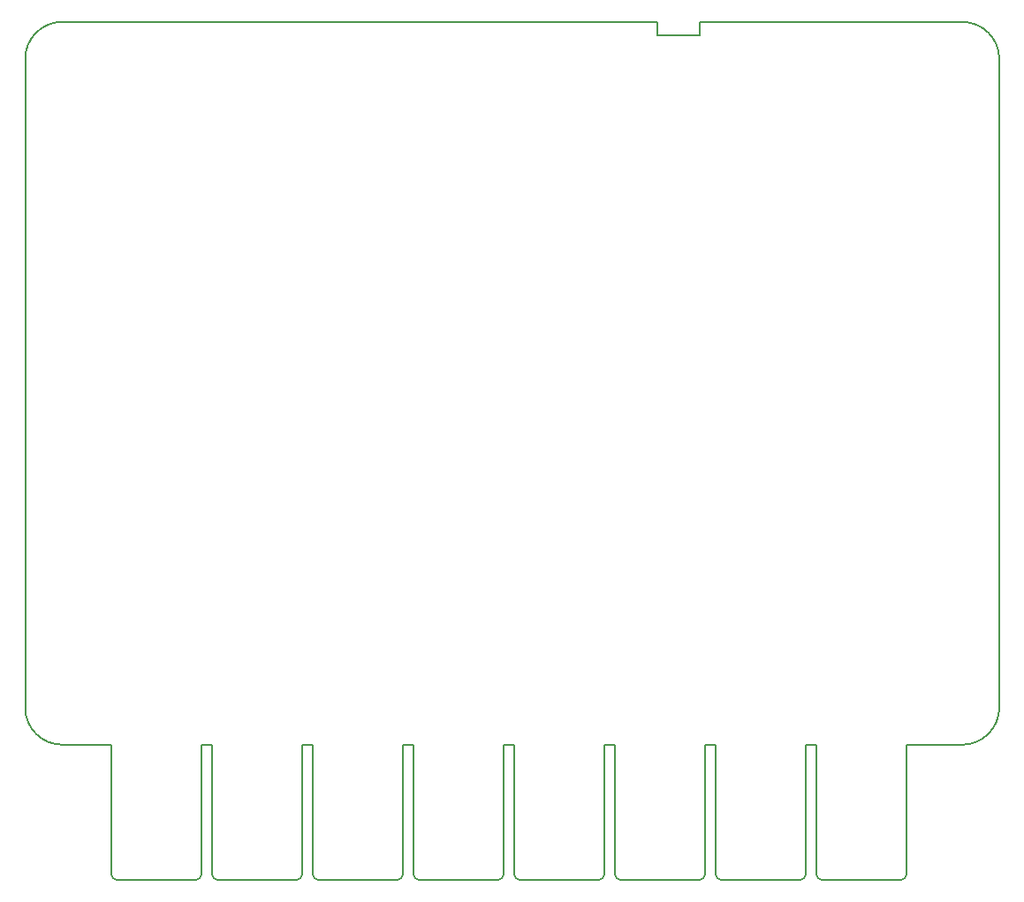
<source format=gm1>
G04 #@! TF.GenerationSoftware,KiCad,Pcbnew,7.0.9-39-g1740aeca5e*
G04 #@! TF.CreationDate,2023-11-27T00:53:47+01:00*
G04 #@! TF.ProjectId,Synkino,53796e6b-696e-46f2-9e6b-696361645f70,rev?*
G04 #@! TF.SameCoordinates,Original*
G04 #@! TF.FileFunction,Profile,NP*
%FSLAX46Y46*%
G04 Gerber Fmt 4.6, Leading zero omitted, Abs format (unit mm)*
G04 Created by KiCad (PCBNEW 7.0.9-39-g1740aeca5e) date 2023-11-27 00:53:47*
%MOMM*%
%LPD*%
G01*
G04 APERTURE LIST*
G04 #@! TA.AperFunction,Profile*
%ADD10C,0.150000*%
G04 #@! TD*
G04 APERTURE END LIST*
D10*
X160020000Y-41656000D02*
G75*
G03*
X156464000Y-38100000I-3556000J0D01*
G01*
X70231000Y-38100000D02*
G75*
G03*
X66675000Y-41656000I0J-3556000D01*
G01*
X66675000Y-103886000D02*
G75*
G03*
X70231000Y-107442000I3556000J0D01*
G01*
X84582000Y-119888000D02*
G75*
G03*
X85090000Y-120396000I508000J0D01*
G01*
X94234000Y-119888000D02*
G75*
G03*
X94742000Y-120396000I508000J0D01*
G01*
X103886000Y-119888000D02*
G75*
G03*
X104394000Y-120396000I508000J0D01*
G01*
X113538000Y-119888000D02*
G75*
G03*
X114046000Y-120396000I508000J0D01*
G01*
X123190000Y-119888000D02*
G75*
G03*
X123698000Y-120396000I508000J0D01*
G01*
X132842000Y-119888000D02*
G75*
G03*
X133350000Y-120396000I508000J0D01*
G01*
X142494000Y-119888000D02*
G75*
G03*
X143002000Y-120396000I508000J0D01*
G01*
X150622000Y-120396000D02*
G75*
G03*
X151130000Y-119888000I0J508000D01*
G01*
X140970000Y-120396000D02*
G75*
G03*
X141478000Y-119888000I0J508000D01*
G01*
X131318000Y-120396000D02*
G75*
G03*
X131826000Y-119888000I0J508000D01*
G01*
X121666000Y-120396000D02*
G75*
G03*
X122174000Y-119888000I0J508000D01*
G01*
X112014000Y-120396000D02*
G75*
G03*
X112522000Y-119888000I0J508000D01*
G01*
X102362000Y-120396000D02*
G75*
G03*
X102870000Y-119888000I0J508000D01*
G01*
X92710000Y-120396000D02*
G75*
G03*
X93218000Y-119888000I0J508000D01*
G01*
X83058000Y-120396000D02*
G75*
G03*
X83566000Y-119888000I0J508000D01*
G01*
X127254000Y-38100000D02*
X75184000Y-38100000D01*
X94234000Y-107442000D02*
X94234000Y-119888000D01*
X143002000Y-120396000D02*
X150622000Y-120396000D01*
X114046000Y-120396000D02*
X121666000Y-120396000D01*
X93218000Y-107442000D02*
X94234000Y-107442000D01*
X141478000Y-119888000D02*
X141478000Y-107442000D01*
X141478000Y-107442000D02*
X142494000Y-107442000D01*
X84582000Y-107442000D02*
X84582000Y-119888000D01*
X103886000Y-107442000D02*
X103886000Y-119888000D01*
X151130000Y-119888000D02*
X151130000Y-107442000D01*
X72771000Y-107442000D02*
X74930000Y-107442000D01*
X102870000Y-107442000D02*
X103886000Y-107442000D01*
X131318000Y-38100000D02*
X156464000Y-38100000D01*
X122174000Y-107442000D02*
X123190000Y-107442000D01*
X132842000Y-107442000D02*
X132842000Y-119888000D01*
X113538000Y-107442000D02*
X113538000Y-119888000D01*
X75438000Y-120396000D02*
X83058000Y-120396000D01*
X85090000Y-120396000D02*
X92710000Y-120396000D01*
X131318000Y-39370000D02*
X131318000Y-38100000D01*
X94742000Y-120396000D02*
X102362000Y-120396000D01*
X131826000Y-119888000D02*
X131826000Y-107442000D01*
X74930000Y-107442000D02*
X74930000Y-119888000D01*
X93218000Y-119888000D02*
X93218000Y-107442000D01*
X127254000Y-38100000D02*
X127254000Y-39370000D01*
X153924000Y-107442000D02*
X156464000Y-107442000D01*
X66675000Y-41656000D02*
X66675000Y-103886000D01*
X83566000Y-119888000D02*
X83566000Y-107442000D01*
X160020000Y-41656000D02*
X160020000Y-103886000D01*
X70231000Y-107442000D02*
X72771000Y-107442000D01*
X70231000Y-38100000D02*
X75184000Y-38100000D01*
X151130000Y-107442000D02*
X153924000Y-107442000D01*
X122174000Y-119888000D02*
X122174000Y-107442000D01*
X133350000Y-120396000D02*
X140970000Y-120396000D01*
X156464000Y-107442000D02*
G75*
G03*
X160020000Y-103886000I0J3556000D01*
G01*
X142494000Y-107442000D02*
X142494000Y-119888000D01*
X74930000Y-119888000D02*
G75*
G03*
X75438000Y-120396000I508000J0D01*
G01*
X131826000Y-107442000D02*
X132842000Y-107442000D01*
X104394000Y-120396000D02*
X112014000Y-120396000D01*
X127254000Y-39370000D02*
X131318000Y-39370000D01*
X112522000Y-119888000D02*
X112522000Y-107442000D01*
X102870000Y-119888000D02*
X102870000Y-107442000D01*
X112522000Y-107442000D02*
X113538000Y-107442000D01*
X123190000Y-107442000D02*
X123190000Y-119888000D01*
X123698000Y-120396000D02*
X131318000Y-120396000D01*
X83566000Y-107442000D02*
X84582000Y-107442000D01*
M02*

</source>
